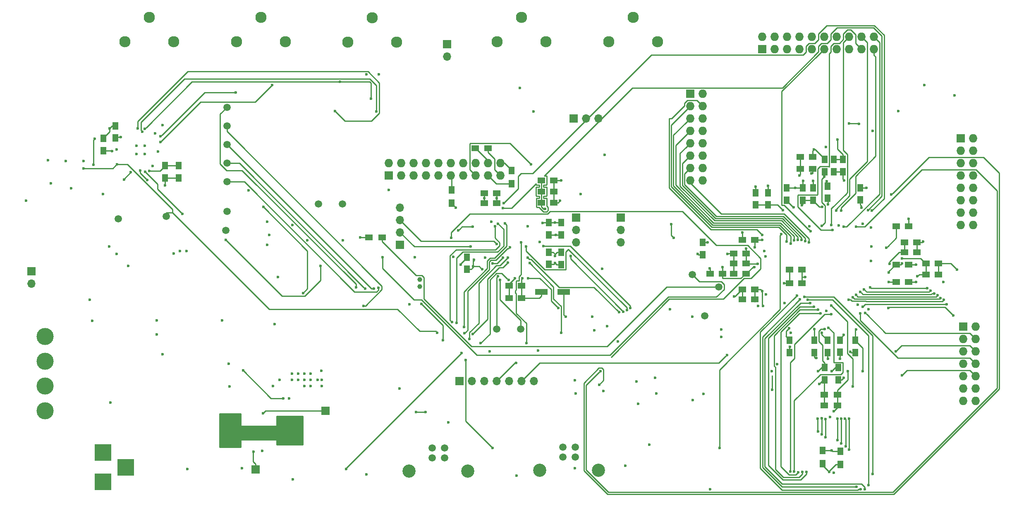
<source format=gbr>
G04 #@! TF.FileFunction,Copper,L4,Bot,Signal*
%FSLAX46Y46*%
G04 Gerber Fmt 4.6, Leading zero omitted, Abs format (unit mm)*
G04 Created by KiCad (PCBNEW 4.0.7-e2-6376~58~ubuntu16.04.1) date Thu Sep 27 21:03:33 2018*
%MOMM*%
%LPD*%
G01*
G04 APERTURE LIST*
%ADD10C,0.100000*%
%ADD11C,1.500000*%
%ADD12R,1.727200X1.727200*%
%ADD13O,1.727200X1.727200*%
%ADD14R,1.700000X1.700000*%
%ADD15O,1.700000X1.700000*%
%ADD16R,1.250000X1.500000*%
%ADD17C,1.000000*%
%ADD18C,1.520000*%
%ADD19C,2.700000*%
%ADD20R,1.500000X1.300000*%
%ADD21R,1.300000X1.500000*%
%ADD22R,1.500000X1.250000*%
%ADD23R,2.598420X1.198880*%
%ADD24R,2.600960X1.198880*%
%ADD25C,2.300000*%
%ADD26R,3.500000X3.500000*%
%ADD27C,3.500000*%
%ADD28C,0.600000*%
%ADD29C,1.200000*%
%ADD30C,0.250000*%
%ADD31C,0.254000*%
G04 APERTURE END LIST*
D10*
D11*
X94361000Y-97663000D03*
D12*
X204216000Y-60452000D03*
D13*
X204216000Y-57912000D03*
X206756000Y-60452000D03*
X206756000Y-57912000D03*
X209296000Y-60452000D03*
X209296000Y-57912000D03*
X211836000Y-60452000D03*
X211836000Y-57912000D03*
X214376000Y-60452000D03*
X214376000Y-57912000D03*
X216916000Y-60452000D03*
X216916000Y-57912000D03*
X219456000Y-60452000D03*
X219456000Y-57912000D03*
X221996000Y-60452000D03*
X221996000Y-57912000D03*
X224536000Y-60452000D03*
X224536000Y-57912000D03*
X227076000Y-60452000D03*
X227076000Y-57912000D03*
D12*
X189484000Y-69596000D03*
D13*
X192024000Y-69596000D03*
X189484000Y-72136000D03*
X192024000Y-72136000D03*
X189484000Y-74676000D03*
X192024000Y-74676000D03*
X189484000Y-77216000D03*
X192024000Y-77216000D03*
X189484000Y-79756000D03*
X192024000Y-79756000D03*
X189484000Y-82296000D03*
X192024000Y-82296000D03*
X189484000Y-84836000D03*
X192024000Y-84836000D03*
X189484000Y-87376000D03*
X192024000Y-87376000D03*
D14*
X166116000Y-94996000D03*
D15*
X166116000Y-97536000D03*
X166116000Y-100076000D03*
D14*
X175260000Y-94996000D03*
D15*
X175260000Y-97536000D03*
X175260000Y-100076000D03*
D16*
X160528000Y-102108000D03*
X160528000Y-104608000D03*
X143764000Y-105624000D03*
X143764000Y-103124000D03*
D14*
X130048000Y-100584000D03*
D15*
X130048000Y-98044000D03*
X130048000Y-95504000D03*
X130048000Y-92964000D03*
D17*
X134112000Y-107696000D03*
X134112000Y-109196000D03*
D12*
X127762000Y-86360000D03*
D13*
X127762000Y-83820000D03*
X130302000Y-86360000D03*
X130302000Y-83820000D03*
X132842000Y-86360000D03*
X132842000Y-83820000D03*
X135382000Y-86360000D03*
X135382000Y-83820000D03*
X137922000Y-86360000D03*
X137922000Y-83820000D03*
X140462000Y-86360000D03*
X140462000Y-83820000D03*
X143002000Y-86360000D03*
X143002000Y-83820000D03*
X145542000Y-86360000D03*
X145542000Y-83820000D03*
X148082000Y-86360000D03*
X148082000Y-83820000D03*
X150622000Y-86360000D03*
X150622000Y-83820000D03*
D18*
X136652000Y-142272000D03*
X139192000Y-142272000D03*
X139192000Y-144272000D03*
X136652000Y-144272000D03*
D19*
X131922000Y-146972000D03*
X143922000Y-146972000D03*
D14*
X142240000Y-128524000D03*
D15*
X144780000Y-128524000D03*
X147320000Y-128524000D03*
X149860000Y-128524000D03*
X152400000Y-128524000D03*
X154940000Y-128524000D03*
X157480000Y-128524000D03*
D14*
X165608000Y-74676000D03*
D15*
X168148000Y-74676000D03*
X170688000Y-74676000D03*
D11*
X149860000Y-117856000D03*
X154740000Y-117856000D03*
D20*
X219616000Y-131318000D03*
X216916000Y-131318000D03*
D12*
X245364000Y-117348000D03*
D13*
X247904000Y-117348000D03*
X245364000Y-119888000D03*
X247904000Y-119888000D03*
X245364000Y-122428000D03*
X247904000Y-122428000D03*
X245364000Y-124968000D03*
X247904000Y-124968000D03*
X245364000Y-127508000D03*
X247904000Y-127508000D03*
X245364000Y-130048000D03*
X247904000Y-130048000D03*
X245364000Y-132588000D03*
X247904000Y-132588000D03*
D20*
X219616000Y-133505474D03*
X216916000Y-133505474D03*
D21*
X220199227Y-145627998D03*
X220199227Y-142927998D03*
X216576226Y-145495000D03*
X216576226Y-142795000D03*
D18*
X163418000Y-142112000D03*
X165958000Y-142112000D03*
X165958000Y-144112000D03*
X163418000Y-144112000D03*
D19*
X158688000Y-146812000D03*
X170688000Y-146812000D03*
D22*
X200914000Y-106553000D03*
X198414000Y-106553000D03*
D23*
X159004000Y-110236000D03*
D24*
X163606480Y-110236000D03*
D16*
X163068000Y-102148000D03*
X163068000Y-104648000D03*
D22*
X154940000Y-111492222D03*
X152440000Y-111492222D03*
X154940000Y-108952222D03*
X152440000Y-108952222D03*
D16*
X220091000Y-120142000D03*
X220091000Y-122642000D03*
X217015188Y-125777476D03*
X217015188Y-128277476D03*
X219762577Y-125766905D03*
X219762577Y-128266905D03*
X217551000Y-120182000D03*
X217551000Y-122682000D03*
D22*
X159004000Y-87376000D03*
X161504000Y-87376000D03*
X159004000Y-89662000D03*
X161504000Y-89662000D03*
D16*
X163068000Y-96052000D03*
X163068000Y-98552000D03*
D22*
X159044000Y-91948000D03*
X161544000Y-91948000D03*
D16*
X160528000Y-96052000D03*
X160528000Y-98552000D03*
D22*
X147320000Y-90043000D03*
X149820000Y-90043000D03*
X147320000Y-92075000D03*
X149820000Y-92075000D03*
D14*
X139700000Y-59436000D03*
D15*
X139700000Y-61976000D03*
D25*
X154940000Y-53975000D03*
X159940000Y-58975000D03*
X149940000Y-58975000D03*
X177800000Y-53975000D03*
X182800000Y-58975000D03*
X172800000Y-58975000D03*
D11*
X195326000Y-109220000D03*
D25*
X124380000Y-54055000D03*
X129380000Y-59055000D03*
X119380000Y-59055000D03*
D16*
X212471000Y-91420000D03*
X212471000Y-88920000D03*
X202819000Y-92416000D03*
X202819000Y-89916000D03*
X214630000Y-91440000D03*
X214630000Y-88940000D03*
X205359000Y-92416000D03*
X205359000Y-89916000D03*
D11*
X192405000Y-115189000D03*
X189865000Y-106680000D03*
D16*
X192024000Y-100116000D03*
X192024000Y-102616000D03*
D22*
X200903275Y-102362000D03*
X198403275Y-102362000D03*
X200883275Y-104442885D03*
X198383275Y-104442885D03*
X196048000Y-106553000D03*
X193548000Y-106553000D03*
X212003000Y-85066564D03*
X214503000Y-85066564D03*
X237764000Y-106680000D03*
X240264000Y-106680000D03*
X233339000Y-100076000D03*
X235839000Y-100076000D03*
X209824000Y-105664000D03*
X212324000Y-105664000D03*
X233339000Y-102108000D03*
X235839000Y-102108000D03*
D12*
X244856000Y-78740000D03*
D13*
X247396000Y-78740000D03*
X244856000Y-81280000D03*
X247396000Y-81280000D03*
X244856000Y-83820000D03*
X247396000Y-83820000D03*
X244856000Y-86360000D03*
X247396000Y-86360000D03*
X244856000Y-88900000D03*
X247396000Y-88900000D03*
X244856000Y-91440000D03*
X247396000Y-91440000D03*
X244856000Y-93980000D03*
X247396000Y-93980000D03*
X244856000Y-96520000D03*
X247396000Y-96520000D03*
D16*
X218867494Y-85579042D03*
X218867494Y-83079042D03*
X220706000Y-85578000D03*
X220706000Y-83078000D03*
D22*
X212003000Y-82550000D03*
X214503000Y-82550000D03*
D16*
X216962494Y-85579042D03*
X216962494Y-83079042D03*
D14*
X100457000Y-146685000D03*
X114808000Y-134620000D03*
D26*
X69215000Y-143225000D03*
X69215000Y-149225000D03*
X73915000Y-146225000D03*
D27*
X57404000Y-134620000D03*
X57404000Y-129540000D03*
X57404000Y-124460000D03*
X57404000Y-119380000D03*
D21*
X152908000Y-88091000D03*
X152908000Y-85391000D03*
D20*
X148115000Y-80772000D03*
X145415000Y-80772000D03*
D14*
X54610000Y-106045000D03*
D15*
X54610000Y-108585000D03*
D21*
X140589000Y-89328000D03*
X140589000Y-92028000D03*
D11*
X113357000Y-92202000D03*
X118237000Y-92202000D03*
X94615000Y-83820000D03*
X94615000Y-80010000D03*
D16*
X71755000Y-76200000D03*
X71755000Y-78700000D03*
X69342000Y-78780000D03*
X69342000Y-81280000D03*
D11*
X82169000Y-94742000D03*
X94615000Y-72390000D03*
X94615000Y-76200000D03*
D16*
X84742112Y-84348000D03*
X84742112Y-86848000D03*
X81915000Y-84348000D03*
X81915000Y-86848000D03*
D11*
X72390000Y-95250000D03*
D25*
X78740000Y-53975000D03*
X83740000Y-58975000D03*
X73740000Y-58975000D03*
X101600000Y-53975000D03*
X106600000Y-58975000D03*
X96600000Y-58975000D03*
D11*
X94615000Y-87630000D03*
X94615000Y-93726000D03*
D22*
X237764000Y-104394000D03*
X240264000Y-104394000D03*
X209804000Y-108458000D03*
X212304000Y-108458000D03*
X202692000Y-99568000D03*
X200192000Y-99568000D03*
X202652000Y-109728000D03*
X200152000Y-109728000D03*
X202652000Y-111760000D03*
X200152000Y-111760000D03*
X231648000Y-108204000D03*
X234148000Y-108204000D03*
X231648000Y-104648000D03*
X234148000Y-104648000D03*
X231648000Y-96774000D03*
X234148000Y-96774000D03*
D16*
X224262000Y-91400000D03*
X224262000Y-88900000D03*
X217551000Y-91059000D03*
X217551000Y-88559000D03*
X209169000Y-91440000D03*
X209169000Y-88940000D03*
X209804000Y-120162000D03*
X209804000Y-122662000D03*
X214884000Y-120162000D03*
X214884000Y-122662000D03*
X223286000Y-120162000D03*
X223286000Y-122662000D03*
D20*
X126398000Y-99060000D03*
X123698000Y-99060000D03*
D28*
X76112500Y-81987500D03*
X77837500Y-81987500D03*
X77837500Y-80262500D03*
X76112500Y-80262500D03*
X140948771Y-103096502D03*
X102108000Y-92837000D03*
X110236000Y-110490000D03*
X223774000Y-112903000D03*
X225933000Y-113792002D03*
X66548000Y-111887000D03*
X102870000Y-100584000D03*
X206248000Y-130302000D03*
X178816000Y-133223000D03*
X182499000Y-131064000D03*
X178435000Y-128651000D03*
X214757000Y-81026000D03*
X219583000Y-78994000D03*
X80264000Y-116078000D03*
X80264000Y-118999000D03*
X195834000Y-117983000D03*
X81407000Y-123063000D03*
X104013000Y-129540000D03*
X111760000Y-129540000D03*
X110490000Y-129540000D03*
X105410000Y-128270000D03*
X107950000Y-128270000D03*
X107950000Y-127000000D03*
X111760000Y-127000000D03*
X110490000Y-127000000D03*
X109220000Y-127000000D03*
X109220000Y-128270000D03*
X110490000Y-128270000D03*
X111760000Y-128270000D03*
X113157000Y-128270000D03*
X114046000Y-129540000D03*
X114046000Y-128270000D03*
X113988010Y-126422990D03*
X58547000Y-88011000D03*
X62738000Y-89027000D03*
X153924000Y-147955000D03*
X167021000Y-90170000D03*
X171958000Y-82169000D03*
X123190000Y-147701000D03*
X129921000Y-130048000D03*
X139954000Y-137033000D03*
X171704000Y-130556000D03*
X165989000Y-131064000D03*
X165862000Y-146431000D03*
X189992000Y-132461000D03*
X182245000Y-127889000D03*
X162814000Y-91567000D03*
X163068000Y-87376000D03*
X142494000Y-104648000D03*
X147447000Y-103251000D03*
X97663000Y-146399000D03*
X101854000Y-142875000D03*
X108077000Y-148670000D03*
X86487000Y-146558000D03*
X141478000Y-92964000D03*
X153616330Y-107451999D03*
X148393989Y-122428000D03*
X158333000Y-122301000D03*
X148717000Y-95885000D03*
X156210000Y-96774000D03*
X161925000Y-98552000D03*
X149820000Y-91059000D03*
X161798000Y-104325999D03*
X185293000Y-113792000D03*
X174625000Y-120396000D03*
X169799000Y-118110000D03*
X193548000Y-150689979D03*
X218821000Y-147320000D03*
X210058000Y-118618000D03*
X217297000Y-114173000D03*
X217419417Y-87540999D03*
X214249000Y-85979000D03*
X133096000Y-103124000D03*
X131953000Y-112776000D03*
X93599000Y-116078000D03*
X103251000Y-98552000D03*
X102870000Y-95885000D03*
X118364000Y-99695000D03*
X108049559Y-96547441D03*
X111058942Y-99634058D03*
X57971564Y-83252436D03*
X154559000Y-68453000D03*
X157353000Y-73279000D03*
X72009000Y-81026000D03*
X70612000Y-76708000D03*
X81407000Y-76073000D03*
X79883000Y-77724000D03*
X123190000Y-65658996D03*
X125730000Y-65659000D03*
X80518000Y-81500010D03*
X65278000Y-83439000D03*
X61595000Y-83439000D03*
X81915000Y-88421615D03*
X79375000Y-84455000D03*
X219837000Y-96647000D03*
X226822000Y-77216000D03*
X237363000Y-67818000D03*
X243586000Y-69977000D03*
X203327000Y-113157000D03*
X204978000Y-110744000D03*
X208788000Y-112522000D03*
X226441000Y-103886000D03*
X226568000Y-100965000D03*
X226441000Y-97028000D03*
X224790000Y-96266000D03*
X212979000Y-107188000D03*
X204597000Y-101854000D03*
X204851000Y-102997000D03*
X213868000Y-96774000D03*
X218059000Y-135890000D03*
X209921010Y-121539000D03*
X218431859Y-142781857D03*
X220853000Y-127889000D03*
X198464575Y-111156324D03*
X193421000Y-105410000D03*
X244094000Y-105664000D03*
X215900000Y-129159000D03*
X67056000Y-116205000D03*
X205359000Y-88519000D03*
X202819000Y-88646000D03*
X212598000Y-87503000D03*
X214630000Y-87503000D03*
X237109000Y-99949000D03*
X220091000Y-123952000D03*
X217678000Y-123952000D03*
X191008000Y-102489000D03*
X197104000Y-102489000D03*
X210947000Y-88900000D03*
X215265000Y-123824996D03*
X222250000Y-122555000D03*
X234188000Y-95250000D03*
X235712000Y-104648000D03*
X235712000Y-108204000D03*
X225552000Y-88900000D03*
X200192000Y-98084000D03*
X148971000Y-104394000D03*
X156845000Y-84074000D03*
X151130000Y-103235010D03*
X155067000Y-107442000D03*
X150114000Y-107061000D03*
X99060705Y-89403590D03*
X196088000Y-105156000D03*
X208661000Y-108458000D03*
X217292493Y-80518000D03*
X171450000Y-105537000D03*
X232791000Y-104394000D03*
X232029000Y-73152000D03*
X193040006Y-100076000D03*
X181102000Y-141605000D03*
X176149000Y-145923000D03*
X146878051Y-105603051D03*
X165862000Y-128364000D03*
X161798000Y-102869990D03*
X145229918Y-103642000D03*
X145034000Y-105029000D03*
X127762000Y-89348999D03*
X195800261Y-119507000D03*
X159258000Y-96139000D03*
X161798000Y-96012000D03*
X70485000Y-100965000D03*
X74422000Y-104902000D03*
X147320000Y-91059000D03*
X172482000Y-117277000D03*
X189865000Y-115316000D03*
X169418000Y-115316000D03*
X163957000Y-115316000D03*
X217678000Y-92329000D03*
X216916000Y-86614000D03*
X105029000Y-107188000D03*
X104394000Y-116840000D03*
X69215000Y-90170000D03*
X78740000Y-85471000D03*
X204343000Y-113157000D03*
X232790990Y-103378011D03*
X229616000Y-101219000D03*
X209679551Y-117731551D03*
X235975990Y-107061009D03*
X230124000Y-106289010D03*
X223452021Y-117983000D03*
X210643978Y-92938487D03*
X204216000Y-110071010D03*
X217932000Y-147193000D03*
X202565000Y-105156000D03*
X221742000Y-126545011D03*
X218440000Y-126545011D03*
X215646000Y-126545011D03*
X217001000Y-117856000D03*
X224790000Y-126545011D03*
X218821000Y-134747000D03*
X206121000Y-126545011D03*
X72009000Y-102489000D03*
X208407000Y-93472000D03*
X216376000Y-96742000D03*
X207264000Y-125095000D03*
X214884000Y-117856000D03*
X241300000Y-108204000D03*
X230124000Y-108204010D03*
X220980000Y-87376000D03*
X224536000Y-92964000D03*
X202692000Y-101092000D03*
X204216000Y-99568000D03*
X150495000Y-107823000D03*
X159766000Y-93217996D03*
X95123000Y-129667000D03*
X70739000Y-132969000D03*
X192151000Y-131191000D03*
X107315000Y-132080000D03*
X97917000Y-126365000D03*
X106172000Y-132080000D03*
X94996000Y-124968000D03*
X53467000Y-91567000D03*
X126492000Y-103124000D03*
X216451021Y-92837000D03*
X220914647Y-119060647D03*
X230251000Y-104521000D03*
X212344000Y-92455994D03*
X86360000Y-101863999D03*
X84963000Y-101863999D03*
X83693000Y-102362000D03*
X200914000Y-101346000D03*
X216408000Y-118618000D03*
X203276999Y-104470999D03*
X211836000Y-86360000D03*
X81026000Y-79502000D03*
X103886000Y-67818000D03*
X67564000Y-78867000D03*
X67292009Y-84201000D03*
X81025994Y-78359000D03*
X96393000Y-69342000D03*
X76327000Y-76708000D03*
X116713000Y-73152000D03*
X77326667Y-77444781D03*
X125222000Y-73279000D03*
X72898000Y-78486000D03*
X71120000Y-81407000D03*
X152273000Y-107823000D03*
X153797000Y-124841000D03*
X146558000Y-120777000D03*
X100076000Y-143002000D03*
X101981000Y-135128000D03*
X138811000Y-120142000D03*
X134409345Y-112688655D03*
X185547000Y-96393002D03*
X186055000Y-99187000D03*
X152146000Y-104267000D03*
X144907000Y-118872000D03*
X156317012Y-107442000D03*
X162441501Y-113546501D03*
X163068000Y-118618000D03*
X156591000Y-104325999D03*
X158623000Y-100045000D03*
X196977000Y-123190000D03*
X154813004Y-100076000D03*
X155956000Y-120786990D03*
X122936000Y-109591001D03*
X125669051Y-109407949D03*
X72136000Y-84074008D03*
X65278000Y-84963000D03*
X137671129Y-118632416D03*
X122555000Y-113175870D03*
X121031000Y-109347000D03*
X124714000Y-109591000D03*
X225298000Y-114554000D03*
X231521000Y-122428000D03*
X224282000Y-114681006D03*
X232791000Y-127381000D03*
X144526000Y-100965000D03*
X149860000Y-100457000D03*
X140538108Y-99196990D03*
X141986000Y-97663000D03*
X144980250Y-96902771D03*
X113792000Y-104902000D03*
X94361000Y-99568000D03*
X226641169Y-93614268D03*
X151257000Y-92075000D03*
X151130000Y-93091000D03*
X225858036Y-93450851D03*
X204216000Y-98552000D03*
X209169000Y-99949000D03*
X210058000Y-100330000D03*
X210693000Y-99695000D03*
X211482117Y-99563481D03*
X212282104Y-99568400D03*
X213033877Y-99841969D03*
X213793364Y-100093330D03*
X214122000Y-97790000D03*
X218313000Y-96520000D03*
X218567000Y-97536000D03*
X219329000Y-93589000D03*
X220345000Y-93599000D03*
X220853000Y-96901000D03*
X143256000Y-118745000D03*
X118999000Y-146558000D03*
X142621000Y-122809000D03*
X152527000Y-101092000D03*
X148971000Y-142240000D03*
X143510000Y-124206000D03*
X144272000Y-119888000D03*
X152146000Y-103251000D03*
X156226163Y-103233199D03*
X174879000Y-114427000D03*
X143129000Y-117475000D03*
X151577058Y-96199942D03*
X135255000Y-134874000D03*
X133350000Y-134874000D03*
X208151321Y-98426679D03*
X195453000Y-142239996D03*
X224028000Y-75819000D03*
X221996000Y-75692000D03*
X77841594Y-76832515D03*
X117729000Y-67192999D03*
X124079000Y-70612000D03*
X77851000Y-85598000D03*
X85471000Y-94234000D03*
X76871948Y-85375846D03*
X78321894Y-87298023D03*
X73532994Y-87249000D03*
X74930000Y-85725000D03*
X175768000Y-114300000D03*
X164972295Y-102863999D03*
X155874283Y-100943011D03*
X176525741Y-114014397D03*
X177172881Y-113544065D03*
X159385000Y-100838000D03*
X150114000Y-96266000D03*
X141605000Y-116586000D03*
X140722215Y-116465215D03*
X149479000Y-96774000D03*
X97536000Y-139700000D03*
X97536000Y-138525000D03*
X95504000Y-138684000D03*
X94488000Y-138684000D03*
X93472000Y-138684000D03*
X105664000Y-141224000D03*
X106680000Y-141224000D03*
X107696000Y-141224000D03*
X108712000Y-141224000D03*
X109728000Y-141224000D03*
X109728000Y-139700000D03*
X108712000Y-139700000D03*
X107696000Y-139700000D03*
X106680000Y-139700000D03*
X105664000Y-139700000D03*
X105664000Y-138176000D03*
X106680000Y-138176000D03*
X107696000Y-138176000D03*
X108712000Y-138176000D03*
X109728000Y-138176000D03*
X109728000Y-136652000D03*
X108712000Y-136652000D03*
X107696000Y-136652000D03*
X106680000Y-136652000D03*
X105664000Y-136652000D03*
X93472000Y-141224000D03*
X94488000Y-141224000D03*
X95504000Y-141224000D03*
X96520000Y-141224000D03*
X96520000Y-139700000D03*
X95504000Y-139700000D03*
X94488000Y-139700000D03*
X93472000Y-139700000D03*
X96520000Y-137668000D03*
X95504000Y-137668000D03*
X94488000Y-137668000D03*
X93472000Y-137668000D03*
X96520000Y-136144000D03*
X95504000Y-136144000D03*
X94488000Y-136144000D03*
X93472000Y-136144000D03*
D29*
X100552000Y-139700000D03*
X101727000Y-138525000D03*
D28*
X230632000Y-90296998D03*
X170815000Y-129286000D03*
X171069000Y-126492000D03*
X223393000Y-96901000D03*
X218313000Y-113029986D03*
X222758000Y-129667000D03*
X224406041Y-150689979D03*
X211328000Y-110998000D03*
X223520000Y-150239968D03*
X211930974Y-111797503D03*
X212852000Y-111252000D03*
X226822000Y-147574000D03*
X225933000Y-149860000D03*
X213487000Y-111887000D03*
X225206048Y-150687291D03*
X213995000Y-112522000D03*
X214757000Y-113284000D03*
X213233000Y-147193006D03*
X215646000Y-113919000D03*
X212433001Y-147188417D03*
X216154000Y-114681000D03*
X211546513Y-147256493D03*
X210772625Y-147053721D03*
X217800559Y-117597559D03*
X209931000Y-147066000D03*
X218313000Y-114808000D03*
X230068001Y-113528000D03*
X243305768Y-115105446D03*
X224790000Y-113284000D03*
X241935000Y-112776000D03*
X221869000Y-111887000D03*
X241409961Y-111873286D03*
X240688200Y-111528228D03*
X222752998Y-111351001D03*
X223393000Y-110870979D03*
X240110543Y-110974771D03*
X224282000Y-110245990D03*
X239395000Y-110617000D03*
X225044000Y-109728000D03*
X238633000Y-109982000D03*
X226314000Y-109345968D03*
X237998000Y-109474000D03*
X215519000Y-136271000D03*
X215646000Y-138859003D03*
X216408000Y-136144000D03*
X216408000Y-139436000D03*
X217192466Y-136300893D03*
X217189999Y-140061001D03*
X219583000Y-136271000D03*
X219583000Y-140686001D03*
X220383003Y-136271000D03*
X220345000Y-141311001D03*
X221183006Y-136271000D03*
X221286764Y-141936001D03*
X221996000Y-142560990D03*
X221996000Y-136271000D03*
X121920000Y-99060000D03*
D30*
X111115001Y-101844001D02*
X102108000Y-92837000D01*
X110236000Y-110490000D02*
X111115001Y-109610999D01*
X111115001Y-109610999D02*
X111115001Y-101844001D01*
X152440000Y-108952222D02*
X152440000Y-108628329D01*
X152440000Y-108628329D02*
X153316331Y-107751998D01*
X153316331Y-107751998D02*
X153616330Y-107451999D01*
X240264000Y-106680000D02*
X240264000Y-104394000D01*
X152440000Y-111492222D02*
X152440000Y-110617222D01*
X152440000Y-110617222D02*
X152440000Y-108952222D01*
X206248000Y-130302000D02*
X206248000Y-127472003D01*
X218867494Y-83079042D02*
X220704958Y-83079042D01*
X220704958Y-83079042D02*
X220706000Y-83078000D01*
X216962494Y-83079042D02*
X216962494Y-82954042D01*
X216962494Y-82954042D02*
X215034452Y-81026000D01*
X215034452Y-81026000D02*
X214757000Y-81026000D01*
X214503000Y-82550000D02*
X214503000Y-81280000D01*
X214503000Y-81280000D02*
X214757000Y-81026000D01*
X219583000Y-80955000D02*
X219583000Y-78994000D01*
X220706000Y-83078000D02*
X220706000Y-82078000D01*
X220706000Y-82078000D02*
X219583000Y-80955000D01*
X161544000Y-91948000D02*
X162433000Y-91948000D01*
X162433000Y-91948000D02*
X162814000Y-91567000D01*
X161504000Y-87376000D02*
X163068000Y-87376000D01*
X161504000Y-89662000D02*
X161504000Y-91908000D01*
X161504000Y-91908000D02*
X161544000Y-91948000D01*
X161504000Y-87376000D02*
X161504000Y-89662000D01*
X142494000Y-104519000D02*
X142494000Y-104648000D01*
X143764000Y-103124000D02*
X143764000Y-103249000D01*
X143764000Y-103249000D02*
X142494000Y-104519000D01*
X140589000Y-92075000D02*
X141478000Y-92964000D01*
X140589000Y-92028000D02*
X140589000Y-92075000D01*
X152908000Y-85391000D02*
X152908000Y-85291000D01*
X152908000Y-85291000D02*
X151437000Y-83820000D01*
X151437000Y-83820000D02*
X150622000Y-83820000D01*
X145415000Y-80772000D02*
X145515000Y-80772000D01*
X145515000Y-80772000D02*
X148082000Y-83339000D01*
X148082000Y-83339000D02*
X148082000Y-83820000D01*
X161925000Y-98552000D02*
X163068000Y-98552000D01*
X161403000Y-98552000D02*
X161925000Y-98552000D01*
X160528000Y-98552000D02*
X161403000Y-98552000D01*
X149820000Y-90932000D02*
X149820000Y-92075000D01*
X149820000Y-90043000D02*
X149820000Y-90932000D01*
X149820000Y-90932000D02*
X149820000Y-91059000D01*
X163068000Y-104648000D02*
X162120001Y-104648000D01*
X162120001Y-104648000D02*
X161798000Y-104325999D01*
X160528000Y-104608000D02*
X161515999Y-104608000D01*
X161515999Y-104608000D02*
X161798000Y-104325999D01*
X217424000Y-87545582D02*
X217419417Y-87540999D01*
X217424000Y-88940000D02*
X217424000Y-87545582D01*
X214465564Y-85979000D02*
X214249000Y-85979000D01*
X214503000Y-85066564D02*
X214503000Y-85941564D01*
X214503000Y-85941564D02*
X214465564Y-85979000D01*
X69342000Y-78780000D02*
X69342000Y-78655000D01*
X69342000Y-78655000D02*
X70612000Y-77385000D01*
X70612000Y-77132264D02*
X70612000Y-76708000D01*
X70612000Y-77385000D02*
X70612000Y-77132264D01*
X71755000Y-76200000D02*
X71120000Y-76200000D01*
X71120000Y-76200000D02*
X70612000Y-76708000D01*
X84742112Y-86848000D02*
X81915000Y-86848000D01*
X81915000Y-86848000D02*
X81915000Y-88421615D01*
X212324000Y-107188000D02*
X212324000Y-108438000D01*
X212324000Y-105664000D02*
X212324000Y-107188000D01*
X212324000Y-107188000D02*
X212979000Y-107188000D01*
X212324000Y-108438000D02*
X212304000Y-108458000D01*
X209804000Y-121656010D02*
X209921010Y-121539000D01*
X209804000Y-122662000D02*
X209804000Y-121656010D01*
X218418716Y-142795000D02*
X218431859Y-142781857D01*
X218578000Y-142927998D02*
X218431859Y-142781857D01*
X216576226Y-142795000D02*
X218418716Y-142795000D01*
X220199227Y-142927998D02*
X218578000Y-142927998D01*
X219762577Y-128266905D02*
X220475095Y-128266905D01*
X220475095Y-128266905D02*
X220853000Y-127889000D01*
X198598676Y-111156324D02*
X198464575Y-111156324D01*
X200027000Y-109728000D02*
X198598676Y-111156324D01*
X200152000Y-109728000D02*
X200027000Y-109728000D01*
X193548000Y-106553000D02*
X193548000Y-105537000D01*
X193548000Y-105537000D02*
X193421000Y-105410000D01*
X198383275Y-104442885D02*
X198383275Y-106522275D01*
X198383275Y-106522275D02*
X198414000Y-106553000D01*
X240264000Y-104394000D02*
X242824000Y-104394000D01*
X242824000Y-104394000D02*
X244094000Y-105664000D01*
X217015188Y-128277476D02*
X216781524Y-128277476D01*
X216781524Y-128277476D02*
X215900000Y-129159000D01*
X219752006Y-128277476D02*
X219762577Y-128266905D01*
X216916000Y-131318000D02*
X216916000Y-128376664D01*
X216916000Y-128376664D02*
X217015188Y-128277476D01*
X216916000Y-133505474D02*
X216916000Y-131318000D01*
X205359000Y-89916000D02*
X205359000Y-88519000D01*
X202819000Y-89916000D02*
X202819000Y-88646000D01*
X212471000Y-88920000D02*
X212471000Y-87630000D01*
X212471000Y-87630000D02*
X212598000Y-87503000D01*
X214630000Y-88940000D02*
X214630000Y-87503000D01*
X235839000Y-100076000D02*
X236982000Y-100076000D01*
X236982000Y-100076000D02*
X237109000Y-99949000D01*
X235839000Y-100076000D02*
X235839000Y-102108000D01*
X220051000Y-122682000D02*
X220091000Y-122642000D01*
X220091000Y-122642000D02*
X220091000Y-123952000D01*
X217551000Y-122682000D02*
X217551000Y-123825000D01*
X217551000Y-123825000D02*
X217678000Y-123952000D01*
X192024000Y-102616000D02*
X191135000Y-102616000D01*
X191135000Y-102616000D02*
X191008000Y-102489000D01*
X198403275Y-102362000D02*
X197231000Y-102362000D01*
X197231000Y-102362000D02*
X197104000Y-102489000D01*
X198403275Y-102362000D02*
X198403275Y-104422885D01*
X198403275Y-104422885D02*
X198383275Y-104442885D01*
X209169000Y-88940000D02*
X210907000Y-88940000D01*
X210907000Y-88940000D02*
X210947000Y-88900000D01*
X211576000Y-88900000D02*
X210947000Y-88900000D01*
X212471000Y-88920000D02*
X211596000Y-88920000D01*
X211596000Y-88920000D02*
X211576000Y-88900000D01*
X214610000Y-88920000D02*
X214630000Y-88940000D01*
X214884000Y-123662000D02*
X215046996Y-123824996D01*
X215046996Y-123824996D02*
X215265000Y-123824996D01*
X214884000Y-122662000D02*
X214884000Y-123662000D01*
X223286000Y-122662000D02*
X222357000Y-122662000D01*
X222357000Y-122662000D02*
X222250000Y-122555000D01*
X234148000Y-95290000D02*
X234188000Y-95250000D01*
X234148000Y-96774000D02*
X234148000Y-95290000D01*
X234148000Y-104648000D02*
X235712000Y-104648000D01*
X234148000Y-108204000D02*
X235712000Y-108204000D01*
X224262000Y-88900000D02*
X225552000Y-88900000D01*
X200152000Y-109728000D02*
X200152000Y-111760000D01*
X200192000Y-99568000D02*
X200192000Y-98084000D01*
X149395264Y-104394000D02*
X148971000Y-104394000D01*
X149971010Y-104394000D02*
X149395264Y-104394000D01*
X151130000Y-103235010D02*
X149971010Y-104394000D01*
X145542000Y-86360000D02*
X144339999Y-85157999D01*
X144339999Y-85157999D02*
X144339999Y-79861999D01*
X144339999Y-79861999D02*
X144404999Y-79796999D01*
X144404999Y-79796999D02*
X152567999Y-79796999D01*
X152567999Y-79796999D02*
X156845000Y-84074000D01*
X154940000Y-108952222D02*
X154940000Y-109827222D01*
X154940000Y-109827222D02*
X154940000Y-111492222D01*
X154940000Y-107569000D02*
X155067000Y-107442000D01*
X154940000Y-108952222D02*
X154940000Y-107569000D01*
X154940000Y-111492222D02*
X158597218Y-111492222D01*
X158597218Y-111492222D02*
X159004000Y-111085440D01*
X159004000Y-111085440D02*
X159004000Y-110236000D01*
X149860000Y-117856000D02*
X149860000Y-107315000D01*
X149860000Y-107315000D02*
X150114000Y-107061000D01*
X196048000Y-105196000D02*
X196088000Y-105156000D01*
X196048000Y-106553000D02*
X196048000Y-105196000D01*
X209804000Y-108458000D02*
X208661000Y-108458000D01*
X223452021Y-117983000D02*
X223286000Y-118149021D01*
X192024000Y-100116000D02*
X193000006Y-100116000D01*
X193000006Y-100116000D02*
X193040006Y-100076000D01*
X231648000Y-104648000D02*
X232537000Y-104648000D01*
X232537000Y-104648000D02*
X232791000Y-104394000D01*
X193080006Y-100116000D02*
X193040006Y-100076000D01*
X146578052Y-105303052D02*
X146878051Y-105603051D01*
X146304000Y-105029000D02*
X146578052Y-105303052D01*
X145034000Y-105029000D02*
X146304000Y-105029000D01*
X163068000Y-102148000D02*
X162193000Y-102148000D01*
X161798000Y-102543000D02*
X161798000Y-102572736D01*
X160528000Y-102108000D02*
X161403000Y-102108000D01*
X161403000Y-102108000D02*
X161798000Y-102503000D01*
X162193000Y-102148000D02*
X161798000Y-102543000D01*
X161798000Y-102503000D02*
X161798000Y-102572736D01*
X161798000Y-102572736D02*
X161798000Y-102869990D01*
X145034000Y-104013000D02*
X145229918Y-103642000D01*
X145161000Y-103886000D02*
X145161000Y-103710918D01*
X145161000Y-103710918D02*
X145229918Y-103642000D01*
X145034000Y-105029000D02*
X145034000Y-104013000D01*
X145034000Y-105229000D02*
X145034000Y-105029000D01*
X143764000Y-105624000D02*
X144639000Y-105624000D01*
X144639000Y-105624000D02*
X145034000Y-105229000D01*
X160528000Y-96052000D02*
X159345000Y-96052000D01*
X159345000Y-96052000D02*
X159258000Y-96139000D01*
X161798000Y-96012000D02*
X163028000Y-96012000D01*
X163028000Y-96012000D02*
X163068000Y-96052000D01*
X160528000Y-96052000D02*
X161758000Y-96052000D01*
X161758000Y-96052000D02*
X161798000Y-96012000D01*
X147320000Y-90043000D02*
X147320000Y-91059000D01*
X147320000Y-91186000D02*
X147320000Y-91059000D01*
X147320000Y-92075000D02*
X147320000Y-91186000D01*
X160528000Y-102108000D02*
X161042001Y-102108000D01*
X163606480Y-114965480D02*
X163957000Y-115316000D01*
X163606480Y-110236000D02*
X163606480Y-114965480D01*
X217932000Y-146995225D02*
X217932000Y-147193000D01*
X220199227Y-145627998D02*
X219299227Y-145627998D01*
X219299227Y-145627998D02*
X217932000Y-146995225D01*
X216675999Y-96442001D02*
X216376000Y-96742000D01*
X217076023Y-96041977D02*
X216675999Y-96442001D01*
X217076023Y-92536998D02*
X217076023Y-96041977D01*
X216398001Y-91858976D02*
X217076023Y-92536998D01*
X216398001Y-87143535D02*
X216398001Y-91858976D01*
X216962494Y-86579042D02*
X216398001Y-87143535D01*
X217678000Y-91904736D02*
X217678000Y-92329000D01*
X217678000Y-91694000D02*
X217678000Y-91904736D01*
X217424000Y-91440000D02*
X217678000Y-91694000D01*
X209147000Y-119380000D02*
X209042000Y-119275000D01*
X209804000Y-120037000D02*
X209147000Y-119380000D01*
X209147000Y-119380000D02*
X209147000Y-118264102D01*
X209147000Y-118264102D02*
X209679551Y-117731551D01*
X209804000Y-120162000D02*
X209804000Y-120037000D01*
X216962494Y-86579042D02*
X216950958Y-86579042D01*
X216950958Y-86579042D02*
X216916000Y-86614000D01*
X216962494Y-85579042D02*
X216962494Y-86579042D01*
X81915000Y-84348000D02*
X82790000Y-84348000D01*
X82790000Y-84348000D02*
X84742112Y-84348000D01*
X78740000Y-85471000D02*
X80917000Y-85471000D01*
X80917000Y-85471000D02*
X81915000Y-84473000D01*
X81915000Y-84473000D02*
X81915000Y-84348000D01*
X204216000Y-113030000D02*
X204343000Y-113157000D01*
X204216000Y-110071010D02*
X204216000Y-113030000D01*
X237639000Y-104394000D02*
X236623011Y-103378011D01*
X237764000Y-104394000D02*
X237639000Y-104394000D01*
X236623011Y-103378011D02*
X233215254Y-103378011D01*
X233215254Y-103378011D02*
X232790990Y-103378011D01*
X229915999Y-100919001D02*
X229616000Y-101219000D01*
X231648000Y-96774000D02*
X231648000Y-99187000D01*
X231648000Y-99187000D02*
X229915999Y-100919001D01*
X209824000Y-105664000D02*
X209824000Y-108438000D01*
X209824000Y-108438000D02*
X209804000Y-108458000D01*
X236356999Y-106680000D02*
X236275989Y-106761010D01*
X237764000Y-106680000D02*
X236356999Y-106680000D01*
X236275989Y-106761010D02*
X235975990Y-107061009D01*
X230124000Y-106047000D02*
X230124000Y-106289010D01*
X231523000Y-104648000D02*
X230124000Y-106047000D01*
X231648000Y-104648000D02*
X231523000Y-104648000D01*
X223286000Y-120162000D02*
X223286000Y-118149021D01*
X209169000Y-91440000D02*
X209169000Y-91565000D01*
X210542487Y-92938487D02*
X210643978Y-92938487D01*
X209169000Y-91565000D02*
X210542487Y-92938487D01*
X203916001Y-109771011D02*
X204216000Y-110071010D01*
X203872990Y-109728000D02*
X203916001Y-109771011D01*
X202652000Y-109728000D02*
X203872990Y-109728000D01*
X216576226Y-145495000D02*
X216576226Y-145837226D01*
X216576226Y-145837226D02*
X217932000Y-147193000D01*
X196048000Y-106553000D02*
X196048000Y-107428000D01*
X196048000Y-107428000D02*
X196123001Y-107503001D01*
X196123001Y-107503001D02*
X199838999Y-107503001D01*
X199838999Y-107503001D02*
X200789000Y-106553000D01*
X200789000Y-106553000D02*
X200914000Y-106553000D01*
X202565000Y-105156000D02*
X202311000Y-105156000D01*
X202311000Y-105156000D02*
X200914000Y-106553000D01*
X237764000Y-104394000D02*
X237764000Y-106680000D01*
X219616000Y-131318000D02*
X219616000Y-130418000D01*
X219616000Y-130418000D02*
X221742000Y-128292000D01*
X221742000Y-128292000D02*
X221742000Y-126545011D01*
X219762577Y-125766905D02*
X219218106Y-125766905D01*
X219218106Y-125766905D02*
X218440000Y-126545011D01*
X217015188Y-125777476D02*
X216413535Y-125777476D01*
X216413535Y-125777476D02*
X215646000Y-126545011D01*
X217001000Y-117856000D02*
X216244998Y-117856000D01*
X216244998Y-117856000D02*
X215782999Y-118317999D01*
X215782999Y-118317999D02*
X215782999Y-120374001D01*
X215782999Y-120374001D02*
X216600999Y-121192001D01*
X216600999Y-121192001D02*
X216600999Y-124363287D01*
X216600999Y-124363287D02*
X217015188Y-124777476D01*
X217015188Y-124777476D02*
X217015188Y-125777476D01*
X224790000Y-121791000D02*
X224790000Y-126545011D01*
X223286000Y-120162000D02*
X223286000Y-120287000D01*
X223286000Y-120287000D02*
X224790000Y-121791000D01*
X219616000Y-131318000D02*
X219616000Y-133505474D01*
X219616000Y-133505474D02*
X219616000Y-133952000D01*
X219616000Y-133952000D02*
X218821000Y-134747000D01*
X202819000Y-92416000D02*
X205359000Y-92416000D01*
X205359000Y-92416000D02*
X207351000Y-92416000D01*
X207351000Y-92416000D02*
X208407000Y-93472000D01*
X218867494Y-85579042D02*
X220704958Y-85579042D01*
X220704958Y-85579042D02*
X220706000Y-85578000D01*
X214884000Y-117856000D02*
X214884000Y-120162000D01*
X231648000Y-108204000D02*
X230124000Y-108204000D01*
X220706000Y-87102000D02*
X220980000Y-87376000D01*
X220706000Y-85578000D02*
X220706000Y-87102000D01*
X224536000Y-92674000D02*
X224536000Y-92964000D01*
X224262000Y-91400000D02*
X224262000Y-92400000D01*
X224262000Y-92400000D02*
X224536000Y-92674000D01*
X202652000Y-109728000D02*
X202652000Y-111760000D01*
X202652000Y-112228000D02*
X202692000Y-112268000D01*
X202692000Y-99568000D02*
X202692000Y-101092000D01*
X202692000Y-99568000D02*
X204216000Y-99568000D01*
X154740000Y-116132000D02*
X150495000Y-111887000D01*
X150495000Y-111887000D02*
X150495000Y-107823000D01*
X154740000Y-117856000D02*
X154740000Y-116132000D01*
X159438996Y-93217996D02*
X159766000Y-93217996D01*
X159044000Y-91948000D02*
X159044000Y-92823000D01*
X159044000Y-92823000D02*
X159438996Y-93217996D01*
X159004000Y-89662000D02*
X159004000Y-91908000D01*
X159004000Y-91908000D02*
X159044000Y-91948000D01*
X159004000Y-87376000D02*
X159004000Y-89662000D01*
X103632000Y-132080000D02*
X97917000Y-126365000D01*
X106172000Y-132080000D02*
X103632000Y-132080000D01*
X195326000Y-109220000D02*
X184658000Y-109220000D01*
X126398000Y-99060000D02*
X126398000Y-99960000D01*
X134937001Y-107299999D02*
X134937001Y-111696001D01*
X126398000Y-99960000D02*
X133308999Y-106870999D01*
X133308999Y-106870999D02*
X134508001Y-106870999D01*
X134508001Y-106870999D02*
X134937001Y-107299999D01*
X172466000Y-121412000D02*
X184658000Y-109220000D01*
X134937001Y-111696001D02*
X144653000Y-121412000D01*
X144653000Y-121412000D02*
X172466000Y-121412000D01*
X126492000Y-103124000D02*
X126492000Y-105435999D01*
X126492000Y-105435999D02*
X132938402Y-111882401D01*
X194855161Y-111281841D02*
X185010569Y-111281841D01*
X185010569Y-111281841D02*
X173092411Y-123199999D01*
X145804588Y-123199999D02*
X134486990Y-111882401D01*
X173092411Y-123199999D02*
X145804588Y-123199999D01*
X196401001Y-108703999D02*
X196401001Y-109736001D01*
X134486990Y-111882401D02*
X132938402Y-111882401D01*
X195842001Y-108144999D02*
X196401001Y-108703999D01*
X191329999Y-108144999D02*
X195842001Y-108144999D01*
X189865000Y-106680000D02*
X191329999Y-108144999D01*
X196401001Y-109736001D02*
X194855161Y-111281841D01*
X216026757Y-92837000D02*
X216451021Y-92837000D01*
X215902000Y-92837000D02*
X216026757Y-92837000D01*
X214630000Y-91565000D02*
X215902000Y-92837000D01*
X214630000Y-91440000D02*
X214630000Y-91565000D01*
X220091000Y-120142000D02*
X220091000Y-119884294D01*
X220091000Y-119884294D02*
X220914647Y-119060647D01*
X230251000Y-104096736D02*
X230251000Y-104521000D01*
X232247498Y-102100238D02*
X230251000Y-104096736D01*
X233277904Y-102100238D02*
X232247498Y-102100238D01*
X212471000Y-91420000D02*
X212471000Y-92328994D01*
X212471000Y-92328994D02*
X212344000Y-92455994D01*
X200903275Y-102362000D02*
X200903275Y-101356725D01*
X200903275Y-101356725D02*
X200914000Y-101346000D01*
X212471000Y-91420000D02*
X214610000Y-91420000D01*
X214610000Y-91420000D02*
X214630000Y-91440000D01*
X233339000Y-100076000D02*
X233339000Y-102108000D01*
X217591000Y-120142000D02*
X217551000Y-120182000D01*
X216408000Y-118618000D02*
X216408000Y-119039000D01*
X216408000Y-119039000D02*
X217551000Y-120182000D01*
X200903275Y-102362000D02*
X200903275Y-104422885D01*
X200903275Y-104422885D02*
X200883275Y-104442885D01*
X203276999Y-104470999D02*
X200911389Y-104470999D01*
X200911389Y-104470999D02*
X200883275Y-104442885D01*
X212003000Y-85066564D02*
X212003000Y-86193000D01*
X212003000Y-86193000D02*
X211836000Y-86360000D01*
X212003000Y-82550000D02*
X212003000Y-83425000D01*
X212003000Y-83425000D02*
X212003000Y-85066564D01*
X89213001Y-71314999D02*
X81325999Y-79202001D01*
X103886000Y-67818000D02*
X100389001Y-71314999D01*
X81325999Y-79202001D02*
X81026000Y-79502000D01*
X100389001Y-71314999D02*
X89213001Y-71314999D01*
X67292009Y-79138991D02*
X67564000Y-78867000D01*
X67292009Y-84201000D02*
X67292009Y-79138991D01*
X81325993Y-78059001D02*
X81025994Y-78359000D01*
X90042994Y-69342000D02*
X81325993Y-78059001D01*
X96393000Y-69342000D02*
X90042994Y-69342000D01*
X123490001Y-65033995D02*
X86604005Y-65033995D01*
X125847001Y-67390995D02*
X123490001Y-65033995D01*
X125847001Y-73579001D02*
X125847001Y-67390995D01*
X124242002Y-75184000D02*
X125847001Y-73579001D01*
X76327000Y-75311000D02*
X76327000Y-76283736D01*
X116713000Y-73152000D02*
X118745000Y-75184000D01*
X76327000Y-76283736D02*
X76327000Y-76708000D01*
X86604005Y-65033995D02*
X76327000Y-75311000D01*
X118745000Y-75184000D02*
X124242002Y-75184000D01*
X77026668Y-77144782D02*
X77326667Y-77444781D01*
X85904738Y-66567998D02*
X77026668Y-75446068D01*
X123846408Y-66567998D02*
X85904738Y-66567998D01*
X125222000Y-73279000D02*
X125222000Y-67943590D01*
X125222000Y-67943590D02*
X123846408Y-66567998D01*
X77026668Y-75446068D02*
X77026668Y-77144782D01*
X72898000Y-78486000D02*
X71969000Y-78486000D01*
X71969000Y-78486000D02*
X71755000Y-78700000D01*
X69342000Y-81280000D02*
X70993000Y-81280000D01*
X70993000Y-81280000D02*
X71120000Y-81407000D01*
X146558000Y-120777000D02*
X148463000Y-118872000D01*
X148463000Y-118872000D02*
X148463000Y-107786998D01*
X148463000Y-107786998D02*
X149813999Y-106435999D01*
X149813999Y-106435999D02*
X150885999Y-106435999D01*
X150885999Y-106435999D02*
X151973001Y-107523001D01*
X151973001Y-107523001D02*
X152273000Y-107823000D01*
X153543000Y-124841000D02*
X153797000Y-124841000D01*
X149860000Y-128524000D02*
X153543000Y-124841000D01*
X99949000Y-145077000D02*
X99949000Y-143129000D01*
X99949000Y-143129000D02*
X100076000Y-143002000D01*
X100457000Y-146685000D02*
X100457000Y-145585000D01*
X100457000Y-145585000D02*
X99949000Y-145077000D01*
X101981000Y-135128000D02*
X102489000Y-134620000D01*
X102489000Y-134620000D02*
X114808000Y-134620000D01*
X138811000Y-119717736D02*
X138811000Y-120142000D01*
X134409345Y-112688655D02*
X138811000Y-117090310D01*
X138811000Y-117090310D02*
X138811000Y-119717736D01*
X185547000Y-96817266D02*
X185547000Y-96393002D01*
X185547000Y-98679000D02*
X185547000Y-96817266D01*
X186055000Y-99187000D02*
X185547000Y-98679000D01*
X150340587Y-105273001D02*
X151139999Y-105273001D01*
X144907000Y-118872000D02*
X147955000Y-115824000D01*
X151139999Y-105273001D02*
X151846001Y-104566999D01*
X147955000Y-107658588D02*
X150340587Y-105273001D01*
X147955000Y-115824000D02*
X147955000Y-107658588D01*
X151846001Y-104566999D02*
X152146000Y-104267000D01*
X158693652Y-107442000D02*
X156741276Y-107442000D01*
X161036000Y-109784348D02*
X158693652Y-107442000D01*
X156741276Y-107442000D02*
X156317012Y-107442000D01*
X162441501Y-113546501D02*
X161036000Y-112141000D01*
X161036000Y-112141000D02*
X161036000Y-109784348D01*
X163068000Y-118193736D02*
X163068000Y-118618000D01*
X163068000Y-113247998D02*
X163068000Y-118193736D01*
X161486010Y-111666008D02*
X163068000Y-113247998D01*
X161486010Y-109221009D02*
X161486010Y-111666008D01*
X156591000Y-104325999D02*
X161486010Y-109221009D01*
X154940000Y-128524000D02*
X158632999Y-124831001D01*
X158632999Y-124831001D02*
X195335999Y-124831001D01*
X196677001Y-123489999D02*
X196977000Y-123190000D01*
X195335999Y-124831001D02*
X196677001Y-123489999D01*
X154813004Y-100076000D02*
X154813004Y-106263000D01*
X154813004Y-106263000D02*
X154813000Y-106263004D01*
X154813000Y-106680000D02*
X154766999Y-106726001D01*
X154813000Y-106263004D02*
X154813000Y-106680000D01*
X154766999Y-106726001D02*
X154766999Y-106816999D01*
X154432000Y-107151998D02*
X154432000Y-107950000D01*
X154766999Y-106816999D02*
X154432000Y-107151998D01*
X154432000Y-107950000D02*
X154379779Y-108002221D01*
X154379779Y-108002221D02*
X153929999Y-108002221D01*
X153929999Y-108002221D02*
X153864999Y-108067221D01*
X153864999Y-108067221D02*
X153864999Y-109837223D01*
X153864999Y-109837223D02*
X153670000Y-110032222D01*
X153670000Y-110490000D02*
X153747778Y-110490000D01*
X153670000Y-110032222D02*
X153670000Y-110490000D01*
X153864999Y-110607221D02*
X153864999Y-114620589D01*
X153747778Y-110490000D02*
X153864999Y-110607221D01*
X153864999Y-114620589D02*
X155956000Y-116711590D01*
X155956000Y-116711590D02*
X155956000Y-120362726D01*
X155956000Y-120362726D02*
X155956000Y-120786990D01*
X122636001Y-109291002D02*
X122936000Y-109591001D01*
X97164999Y-83820000D02*
X122636001Y-109291002D01*
X94615000Y-83820000D02*
X97164999Y-83820000D01*
X125669051Y-109832213D02*
X125669051Y-109407949D01*
X94615000Y-87630000D02*
X98171000Y-87630000D01*
X125285263Y-110216001D02*
X125669051Y-109832213D01*
X120757001Y-110216001D02*
X125285263Y-110216001D01*
X98171000Y-87630000D02*
X120757001Y-110216001D01*
X72136000Y-84074008D02*
X73068256Y-84074008D01*
X73068256Y-84074008D02*
X73068264Y-84074000D01*
X74211264Y-84074000D02*
X83439000Y-93301736D01*
X73068264Y-84074000D02*
X74211264Y-84074000D01*
X83439000Y-93301736D02*
X83439000Y-93980000D01*
X71247008Y-84963000D02*
X71836001Y-84374007D01*
X65278000Y-84963000D02*
X71247008Y-84963000D01*
X71836001Y-84374007D02*
X72136000Y-84074008D01*
X83439000Y-93980000D02*
X103259871Y-113800871D01*
X103259871Y-113800871D02*
X129548871Y-113800871D01*
X129548871Y-113800871D02*
X134080417Y-118332417D01*
X134080417Y-118332417D02*
X137371130Y-118332417D01*
X137371130Y-118332417D02*
X137671129Y-118632416D01*
X83439000Y-93980000D02*
X82169000Y-93980000D01*
X82169000Y-93980000D02*
X82169000Y-94742000D01*
X122980674Y-113157000D02*
X122573870Y-113157000D01*
X122573870Y-113157000D02*
X122555000Y-113175870D01*
X94615000Y-76200000D02*
X94615000Y-77306998D01*
X126355001Y-109782673D02*
X122980674Y-113157000D01*
X94615000Y-77306998D02*
X126355001Y-109046999D01*
X126355001Y-109046999D02*
X126355001Y-109782673D01*
X93218000Y-84014002D02*
X93218000Y-73787000D01*
X93218000Y-73787000D02*
X94615000Y-72390000D01*
X97730002Y-85344000D02*
X94547998Y-85344000D01*
X94547998Y-85344000D02*
X93218000Y-84014002D01*
X121031000Y-109347000D02*
X121031000Y-108644998D01*
X121031000Y-108644998D02*
X97730002Y-85344000D01*
X124714000Y-109591000D02*
X124196000Y-109591000D01*
X124196000Y-109591000D02*
X94615000Y-80010000D01*
X225597999Y-114853999D02*
X225298000Y-114554000D01*
X229443399Y-118699399D02*
X225597999Y-114853999D01*
X246715399Y-118699399D02*
X229443399Y-118699399D01*
X247904000Y-119888000D02*
X246715399Y-118699399D01*
X231521000Y-122428000D02*
X232709601Y-121239399D01*
X232709601Y-121239399D02*
X246715399Y-121239399D01*
X247040401Y-121564401D02*
X247904000Y-122428000D01*
X246715399Y-121239399D02*
X247040401Y-121564401D01*
X224282000Y-115105270D02*
X224282000Y-114681006D01*
X224282000Y-116076590D02*
X224282000Y-115105270D01*
X231984809Y-123779399D02*
X224282000Y-116076590D01*
X246715399Y-123779399D02*
X231984809Y-123779399D01*
X247904000Y-124968000D02*
X246715399Y-123779399D01*
X232791000Y-127381000D02*
X233852601Y-126319399D01*
X233852601Y-126319399D02*
X246715399Y-126319399D01*
X246715399Y-126319399D02*
X247040401Y-126644401D01*
X247040401Y-126644401D02*
X247904000Y-127508000D01*
X132969000Y-100965000D02*
X144101736Y-100965000D01*
X144101736Y-100965000D02*
X144526000Y-100965000D01*
X130048000Y-98044000D02*
X132969000Y-100965000D01*
X130048000Y-95504000D02*
X134366000Y-99822000D01*
X134366000Y-99822000D02*
X149225000Y-99822000D01*
X149225000Y-99822000D02*
X149860000Y-100457000D01*
X173278812Y-123650008D02*
X185196969Y-111731851D01*
X160252401Y-94293008D02*
X144339992Y-94293008D01*
X185196969Y-111731851D02*
X196246559Y-111731851D01*
X196246559Y-111731851D02*
X200475409Y-107503001D01*
X200475409Y-107503001D02*
X201924001Y-107503001D01*
X201924001Y-107503001D02*
X203902000Y-105525002D01*
X140538108Y-98772726D02*
X140538108Y-99196990D01*
X203902000Y-105525002D02*
X203902000Y-103408998D01*
X140538108Y-98094892D02*
X140538108Y-98772726D01*
X203902000Y-103408998D02*
X201214001Y-100720999D01*
X201214001Y-100720999D02*
X194827999Y-100720999D01*
X194827999Y-100720999D02*
X187833000Y-93726000D01*
X187833000Y-93726000D02*
X160819409Y-93726000D01*
X160819409Y-93726000D02*
X160252401Y-94293008D01*
X144339992Y-94293008D02*
X140538108Y-98094892D01*
X142285999Y-97363001D02*
X141986000Y-97663000D01*
X144980250Y-96902771D02*
X142746229Y-96902771D01*
X142746229Y-96902771D02*
X142285999Y-97363001D01*
X140589000Y-89328000D02*
X140589000Y-86487000D01*
X140589000Y-86487000D02*
X140462000Y-86360000D01*
X152908000Y-88091000D02*
X149813000Y-88091000D01*
X149813000Y-88091000D02*
X148082000Y-86360000D01*
X150622000Y-86360000D02*
X149433399Y-85171399D01*
X149433399Y-85171399D02*
X149433399Y-82990399D01*
X149433399Y-82990399D02*
X148115000Y-81672000D01*
X148115000Y-81672000D02*
X148115000Y-80772000D01*
X113792000Y-105326264D02*
X113792000Y-104902000D01*
X110536001Y-111115001D02*
X113792000Y-107859002D01*
X105908001Y-111115001D02*
X110536001Y-111115001D01*
X113792000Y-107859002D02*
X113792000Y-105326264D01*
X94361000Y-99568000D02*
X105908001Y-111115001D01*
X157234001Y-85946999D02*
X169037000Y-74144000D01*
X169037000Y-74144000D02*
X181540399Y-61640601D01*
X168148000Y-74676000D02*
X168505000Y-74676000D01*
X168505000Y-74676000D02*
X169037000Y-74144000D01*
X151257000Y-92075000D02*
X154272999Y-89059001D01*
X154272999Y-89059001D02*
X154272999Y-86557999D01*
X214946529Y-59263399D02*
X215727399Y-58482529D01*
X213187399Y-61022529D02*
X213187399Y-59881471D01*
X154272999Y-86557999D02*
X154883999Y-85946999D01*
X213187399Y-59881471D02*
X213805471Y-59263399D01*
X215727399Y-58482529D02*
X215727399Y-57341471D01*
X154883999Y-85946999D02*
X157234001Y-85946999D01*
X227174522Y-55614982D02*
X229164621Y-57605081D01*
X181540399Y-61640601D02*
X212569327Y-61640601D01*
X229164621Y-57605081D02*
X229164621Y-91090816D01*
X212569327Y-61640601D02*
X213187399Y-61022529D01*
X213805471Y-59263399D02*
X214946529Y-59263399D01*
X215727399Y-57341471D02*
X217453888Y-55614982D01*
X217453888Y-55614982D02*
X227174522Y-55614982D01*
X229164621Y-91090816D02*
X226641169Y-93614268D01*
X177591601Y-68407399D02*
X171831000Y-74168000D01*
X171831000Y-74168000D02*
X159573001Y-86425999D01*
X170688000Y-74676000D02*
X171323000Y-74676000D01*
X171323000Y-74676000D02*
X171831000Y-74168000D01*
X159291008Y-93668006D02*
X159252595Y-93668005D01*
X208324191Y-68407399D02*
X177591601Y-68407399D01*
X159454010Y-90997999D02*
X160054001Y-90997999D01*
X215727399Y-59881471D02*
X215727399Y-61004191D01*
X160079001Y-90547001D02*
X160014001Y-90612001D01*
X158033999Y-90997999D02*
X158553990Y-90997999D01*
X160014001Y-88326001D02*
X159454010Y-88326001D01*
X157968999Y-91062999D02*
X158033999Y-90997999D01*
X219543879Y-56064991D02*
X218267399Y-57341471D01*
X160014001Y-88711999D02*
X160079001Y-88776999D01*
X158553990Y-88326001D02*
X157993999Y-88326001D01*
X160391001Y-93517997D02*
X160066001Y-93842997D01*
X159573001Y-86425999D02*
X160014001Y-86425999D01*
X159454010Y-88326001D02*
X159454010Y-88711999D01*
X160014001Y-86425999D02*
X160079001Y-86490999D01*
X218267399Y-58482529D02*
X217486529Y-59263399D01*
X158593991Y-93009401D02*
X158593991Y-92898001D01*
X216345471Y-59263399D02*
X215727399Y-59881471D01*
X160119001Y-92645995D02*
X160391001Y-92917995D01*
X225858036Y-93450851D02*
X228714611Y-90594276D01*
X215727399Y-61004191D02*
X208324191Y-68407399D01*
X160079001Y-88261001D02*
X160014001Y-88326001D01*
X228714611Y-90594276D02*
X228714611Y-57791481D01*
X158033999Y-92898001D02*
X157968999Y-92833001D01*
X217486529Y-59263399D02*
X216345471Y-59263399D01*
X160119001Y-91062999D02*
X160119001Y-92645995D01*
X228714611Y-57791481D02*
X226988121Y-56064991D01*
X157968999Y-92833001D02*
X157968999Y-91062999D01*
X226988121Y-56064991D02*
X219543879Y-56064991D01*
X218267399Y-57341471D02*
X218267399Y-58482529D01*
X158553990Y-90997999D02*
X158553990Y-90612001D01*
X160079001Y-86490999D02*
X160079001Y-88261001D01*
X159454010Y-88711999D02*
X160014001Y-88711999D01*
X160079001Y-88776999D02*
X160079001Y-90547001D01*
X160014001Y-90612001D02*
X159454010Y-90612001D01*
X159252595Y-93668005D02*
X158593991Y-93009401D01*
X159465999Y-93842997D02*
X159291008Y-93668006D01*
X159454010Y-90612001D02*
X159454010Y-90997999D01*
X160054001Y-90997999D02*
X160119001Y-91062999D01*
X158553990Y-90612001D02*
X157993999Y-90612001D01*
X160391001Y-92917995D02*
X160391001Y-93517997D01*
X160066001Y-93842997D02*
X159465999Y-93842997D01*
X158553990Y-88711999D02*
X158553990Y-88326001D01*
X158593991Y-92898001D02*
X158033999Y-92898001D01*
X157993999Y-90612001D02*
X157928999Y-90547001D01*
X152908000Y-93091000D02*
X151130000Y-93091000D01*
X157928999Y-90547001D02*
X157928999Y-88776999D01*
X157928999Y-88776999D02*
X157993999Y-88711999D01*
X157993999Y-88711999D02*
X158553990Y-88711999D01*
X157993999Y-88326001D02*
X157928999Y-88261001D01*
X157928999Y-88070001D02*
X152908000Y-93091000D01*
X157928999Y-88261001D02*
X157928999Y-88070001D01*
X185143959Y-74716911D02*
X185633089Y-74716911D01*
X185633089Y-74716911D02*
X188295399Y-72054601D01*
X188295399Y-72054601D02*
X188295399Y-71565471D01*
X188295399Y-71565471D02*
X188913471Y-70947399D01*
X188913471Y-70947399D02*
X190835399Y-70947399D01*
X191160401Y-71272401D02*
X192024000Y-72136000D01*
X190835399Y-70947399D02*
X191160401Y-71272401D01*
X193699599Y-97442064D02*
X185143959Y-88886424D01*
X185143959Y-88886424D02*
X185143959Y-74716911D01*
X203106065Y-97442065D02*
X193699599Y-97442064D01*
X204216000Y-98552000D02*
X203106065Y-97442065D01*
X193886000Y-96992055D02*
X185593969Y-88700024D01*
X207600595Y-96992055D02*
X193886000Y-96992055D01*
X185593969Y-76026031D02*
X188620401Y-72999599D01*
X185593969Y-88700024D02*
X185593969Y-76026031D01*
X209169000Y-98560460D02*
X207600595Y-96992055D01*
X209169000Y-99949000D02*
X209169000Y-98560460D01*
X188620401Y-72999599D02*
X189484000Y-72136000D01*
X186043980Y-88513624D02*
X186043980Y-78116020D01*
X210058000Y-100330000D02*
X210058000Y-98813050D01*
X188620401Y-75539599D02*
X189484000Y-74676000D01*
X207786994Y-96542044D02*
X194072400Y-96542044D01*
X210058000Y-98813050D02*
X207786994Y-96542044D01*
X194072400Y-96542044D02*
X186043980Y-88513624D01*
X186043980Y-78116020D02*
X188620401Y-75539599D01*
X194258800Y-96092033D02*
X186493991Y-88327224D01*
X210693000Y-98811640D02*
X207973393Y-96092033D01*
X207973393Y-96092033D02*
X194258800Y-96092033D01*
X210693000Y-99695000D02*
X210693000Y-98811640D01*
X186493991Y-80206009D02*
X188620401Y-78079599D01*
X188620401Y-78079599D02*
X189484000Y-77216000D01*
X186493991Y-88327224D02*
X186493991Y-80206009D01*
X188620401Y-80619599D02*
X189484000Y-79756000D01*
X187395377Y-81844623D02*
X188620401Y-80619599D01*
X187395377Y-88592199D02*
X187395377Y-81844623D01*
X194445200Y-95642022D02*
X187395377Y-88592199D01*
X211482117Y-98964347D02*
X208159792Y-95642022D01*
X211482117Y-99563481D02*
X211482117Y-98964347D01*
X208159792Y-95642022D02*
X194445200Y-95642022D01*
X187845388Y-88405799D02*
X194631600Y-95192011D01*
X189484000Y-82296000D02*
X187845388Y-83934612D01*
X212282104Y-99144136D02*
X212282104Y-99568400D01*
X212282104Y-99127924D02*
X212282104Y-99144136D01*
X208346191Y-95192011D02*
X212282104Y-99127924D01*
X187845388Y-83934612D02*
X187845388Y-88405799D01*
X194631600Y-95192011D02*
X208346191Y-95192011D01*
X213033877Y-99417705D02*
X213033877Y-99841969D01*
X194818000Y-94742000D02*
X208532590Y-94742000D01*
X188295399Y-88219399D02*
X194818000Y-94742000D01*
X189484000Y-84836000D02*
X188295399Y-86024601D01*
X188295399Y-86024601D02*
X188295399Y-88219399D01*
X208532590Y-94742000D02*
X213033877Y-99243287D01*
X213033877Y-99243287D02*
X213033877Y-99417705D01*
X189484000Y-87376000D02*
X189484000Y-87884000D01*
X189484000Y-87884000D02*
X195834000Y-94234000D01*
X195834000Y-94234000D02*
X208661000Y-94234000D01*
X208661000Y-94234000D02*
X213741000Y-99314000D01*
X213741000Y-99314000D02*
X213793364Y-100093330D01*
X213741000Y-100076000D02*
X213776034Y-100076000D01*
X213776034Y-100076000D02*
X213793364Y-100093330D01*
X214122000Y-97790000D02*
X213822001Y-97490001D01*
X213658999Y-97490001D02*
X208683999Y-92515001D01*
X208683999Y-92515001D02*
X208283999Y-92515001D01*
X213822001Y-97490001D02*
X213658999Y-97490001D01*
X208283999Y-92515001D02*
X208218999Y-92450001D01*
X208218999Y-92450001D02*
X208218999Y-69149001D01*
X208218999Y-69149001D02*
X216052401Y-61315599D01*
X216052401Y-61315599D02*
X216916000Y-60452000D01*
X218313000Y-96520000D02*
X218313000Y-93091000D01*
X221656001Y-82067999D02*
X220807399Y-81219397D01*
X218313000Y-93091000D02*
X218481001Y-93091000D01*
X221488000Y-90043000D02*
X221656001Y-89874999D01*
X218481001Y-93091000D02*
X221488000Y-90084001D01*
X221656001Y-89874999D02*
X221656001Y-82067999D01*
X221488000Y-90084001D02*
X221488000Y-90043000D01*
X220807399Y-81219397D02*
X220807399Y-59100601D01*
X220807399Y-59100601D02*
X221996000Y-57912000D01*
X218885471Y-59263399D02*
X218267399Y-59881471D01*
X224536000Y-60452000D02*
X223347399Y-59263399D01*
X223347399Y-59263399D02*
X223347399Y-57504269D01*
X217847495Y-84504041D02*
X216077493Y-84504041D01*
X217917493Y-84574039D02*
X217847495Y-84504041D01*
X223347399Y-57504269D02*
X222358130Y-56515000D01*
X218267399Y-59881471D02*
X218267399Y-61022529D01*
X218267399Y-61022529D02*
X217917493Y-61372435D01*
X222358130Y-56515000D02*
X221633870Y-56515000D01*
X216244998Y-97536000D02*
X218567000Y-97536000D01*
X221633870Y-56515000D02*
X220807399Y-57341471D01*
X211585999Y-90344999D02*
X211520999Y-90409999D01*
X216077493Y-84504041D02*
X215580001Y-85001533D01*
X220807399Y-57341471D02*
X220807399Y-58464191D01*
X220807399Y-58464191D02*
X220008191Y-59263399D01*
X220008191Y-59263399D02*
X218885471Y-59263399D01*
X217917493Y-61372435D02*
X217917493Y-84574039D01*
X215580001Y-85001533D02*
X215580001Y-90259999D01*
X211520999Y-90409999D02*
X211520999Y-92812001D01*
X215580001Y-90259999D02*
X215495001Y-90344999D01*
X215495001Y-90344999D02*
X211585999Y-90344999D01*
X211520999Y-92812001D02*
X216244998Y-97536000D01*
X222106011Y-90567989D02*
X219329000Y-93345000D01*
X219329000Y-93345000D02*
X219329000Y-93589000D01*
X224536000Y-57912000D02*
X225724601Y-59100601D01*
X222106011Y-87138989D02*
X222106011Y-90567989D01*
X225724601Y-59100601D02*
X225724601Y-83520399D01*
X225724601Y-83520399D02*
X222106011Y-87138989D01*
X220345000Y-93599000D02*
X220345000Y-92965410D01*
X220345000Y-92965410D02*
X223311999Y-89998411D01*
X227076000Y-61673314D02*
X227076000Y-60452000D01*
X223311999Y-89998411D02*
X223311999Y-86569411D01*
X223311999Y-86569411D02*
X227447001Y-82434409D01*
X227447001Y-82434409D02*
X227447001Y-62044315D01*
X227447001Y-62044315D02*
X227076000Y-61673314D01*
X227076000Y-57912000D02*
X228264601Y-59100601D01*
X228264601Y-59100601D02*
X228264601Y-90160401D01*
X221524002Y-96901000D02*
X220853000Y-96901000D01*
X228264601Y-90160401D02*
X221524002Y-96901000D01*
X148345999Y-105655411D02*
X143936999Y-110064411D01*
X143936999Y-110064411D02*
X143936999Y-118064001D01*
X148345999Y-104093999D02*
X148345999Y-105655411D01*
X148670999Y-103768999D02*
X148345999Y-104093999D01*
X143936999Y-118064001D02*
X143555999Y-118445001D01*
X152048009Y-101391999D02*
X149671009Y-103768999D01*
X143555999Y-118445001D02*
X143256000Y-118745000D01*
X152227001Y-101391999D02*
X152048009Y-101391999D01*
X149671009Y-103768999D02*
X148670999Y-103768999D01*
X152527000Y-101092000D02*
X152227001Y-101391999D01*
X142621000Y-122809000D02*
X118999000Y-146431000D01*
X118999000Y-146431000D02*
X118999000Y-146558000D01*
X143510000Y-124206000D02*
X143510000Y-136779000D01*
X143510000Y-136779000D02*
X148971000Y-142240000D01*
X144272000Y-118581998D02*
X144272000Y-119888000D01*
X146177000Y-108460820D02*
X146177000Y-116676998D01*
X146177000Y-116676998D02*
X144272000Y-118581998D01*
X152146000Y-103251000D02*
X150574008Y-104822992D01*
X150574008Y-104822992D02*
X150178428Y-104822992D01*
X150178428Y-104822992D02*
X150157411Y-104844009D01*
X150157411Y-104844009D02*
X149793811Y-104844009D01*
X149793811Y-104844009D02*
X146177000Y-108460820D01*
X156856785Y-103533198D02*
X156526162Y-103533198D01*
X156526162Y-103533198D02*
X156226163Y-103233199D01*
X162635146Y-109311559D02*
X156856785Y-103533198D01*
X174879000Y-114427000D02*
X169763559Y-109311559D01*
X169763559Y-109311559D02*
X162635146Y-109311559D01*
X143129000Y-117050736D02*
X143129000Y-117475000D01*
X143129000Y-110236000D02*
X143129000Y-117050736D01*
X151877057Y-100854353D02*
X149412422Y-103318988D01*
X147895988Y-103907599D02*
X147895988Y-105469012D01*
X149412422Y-103318988D02*
X148484599Y-103318988D01*
X151577058Y-96199942D02*
X151877057Y-96499941D01*
X147895988Y-105469012D02*
X143129000Y-110236000D01*
X151877057Y-96499941D02*
X151877057Y-100854353D01*
X148484599Y-103318988D02*
X147895988Y-103907599D01*
X133350000Y-134874000D02*
X135255000Y-134874000D01*
X195453000Y-142239996D02*
X195453000Y-126236590D01*
X195453000Y-126236590D02*
X207851322Y-113838268D01*
X207851322Y-113838268D02*
X207851322Y-98726678D01*
X207851322Y-98726678D02*
X208151321Y-98426679D01*
X221996000Y-75692000D02*
X223901000Y-75692000D01*
X223901000Y-75692000D02*
X224028000Y-75819000D01*
X78141593Y-76532516D02*
X77841594Y-76832515D01*
X87481110Y-67192999D02*
X78141593Y-76532516D01*
X117729000Y-67192999D02*
X87481110Y-67192999D01*
X117729000Y-67192999D02*
X123834999Y-67192999D01*
X124079000Y-67437000D02*
X124079000Y-70612000D01*
X123834999Y-67192999D02*
X124079000Y-67437000D01*
X78150999Y-85897999D02*
X77851000Y-85598000D01*
X80391000Y-88138000D02*
X78150999Y-85897999D01*
X80391000Y-88392000D02*
X80391000Y-88138000D01*
X80391000Y-88519000D02*
X80391000Y-88392000D01*
X80391000Y-88392000D02*
X80391000Y-89154000D01*
X80391000Y-89154000D02*
X85471000Y-94234000D01*
X78321894Y-87298023D02*
X76871948Y-85848077D01*
X76871948Y-85848077D02*
X76871948Y-85800110D01*
X76871948Y-85800110D02*
X76871948Y-85375846D01*
X73532994Y-87122006D02*
X73532994Y-87249000D01*
X74930000Y-85725000D02*
X73532994Y-87122006D01*
X164972295Y-103504295D02*
X175468001Y-114000001D01*
X164972295Y-102863999D02*
X164972295Y-103504295D01*
X175468001Y-114000001D02*
X175768000Y-114300000D01*
X164972295Y-102743705D02*
X164972295Y-102863999D01*
X163953001Y-105723001D02*
X159682999Y-105723001D01*
X164539955Y-101506657D02*
X164018001Y-102028611D01*
X176525741Y-114014397D02*
X176525741Y-113492443D01*
X164018001Y-102028611D02*
X164018001Y-105658001D01*
X164018001Y-105658001D02*
X163953001Y-105723001D01*
X176525741Y-113492443D02*
X164539955Y-101506657D01*
X155874283Y-101914285D02*
X155874283Y-100943011D01*
X159682999Y-105723001D02*
X155874283Y-101914285D01*
X159385000Y-100838000D02*
X164891080Y-100838000D01*
X177172881Y-113119801D02*
X177172881Y-113544065D01*
X164891080Y-100838000D02*
X177172881Y-113119801D01*
X141605000Y-116586000D02*
X141605000Y-103322998D01*
X141605000Y-103322998D02*
X142878999Y-102048999D01*
X142878999Y-102048999D02*
X150046001Y-102048999D01*
X150046001Y-102048999D02*
X151257000Y-100838000D01*
X151257000Y-100838000D02*
X151257000Y-97409000D01*
X151257000Y-97409000D02*
X150114000Y-96266000D01*
X140323770Y-116066770D02*
X140722215Y-116465215D01*
X149479000Y-96774000D02*
X149479000Y-99150998D01*
X149479000Y-99150998D02*
X150485001Y-100156999D01*
X150485001Y-100156999D02*
X150485001Y-100757001D01*
X150485001Y-100757001D02*
X149643012Y-101598990D01*
X149643012Y-101598990D02*
X141521281Y-101598990D01*
X141521281Y-101598990D02*
X140323770Y-102796501D01*
X140323770Y-102796501D02*
X140323770Y-116066770D01*
X230931999Y-89996999D02*
X230632000Y-90296998D01*
X249509399Y-82631399D02*
X238297599Y-82631399D01*
X231122540Y-151765000D02*
X252725011Y-130162529D01*
X167697990Y-146937402D02*
X172525588Y-151765000D01*
X170768999Y-125866999D02*
X167697990Y-128938008D01*
X171694001Y-128406999D02*
X171694001Y-126191999D01*
X170815000Y-129286000D02*
X171694001Y-128406999D01*
X167697990Y-128938008D02*
X167697990Y-146937402D01*
X172525588Y-151765000D02*
X231122540Y-151765000D01*
X252725011Y-85847011D02*
X249509399Y-82631399D01*
X171369001Y-125866999D02*
X170768999Y-125866999D01*
X238297599Y-82631399D02*
X230931999Y-89996999D01*
X252725011Y-130162529D02*
X252725011Y-85847011D01*
X171694001Y-126191999D02*
X171369001Y-125866999D01*
X252275000Y-89479870D02*
X252275000Y-129976130D01*
X236936605Y-85171399D02*
X247966529Y-85171399D01*
X247966529Y-85171399D02*
X252275000Y-89479870D01*
X170769001Y-126791999D02*
X171069000Y-126492000D01*
X223393000Y-96901000D02*
X225207004Y-96901000D01*
X225207004Y-96901000D02*
X236936605Y-85171399D01*
X252275000Y-129976130D02*
X230936141Y-151314989D01*
X172711987Y-151314989D02*
X168148001Y-146751003D01*
X168148001Y-146751003D02*
X168148001Y-129412999D01*
X230936141Y-151314989D02*
X172711987Y-151314989D01*
X168148001Y-129412999D02*
X170769001Y-126791999D01*
X222758000Y-129667000D02*
X222758000Y-123988002D01*
X218612999Y-113329985D02*
X218313000Y-113029986D01*
X221624999Y-122855001D02*
X221624999Y-116341985D01*
X221624999Y-116341985D02*
X218612999Y-113329985D01*
X222758000Y-123988002D02*
X221624999Y-122855001D01*
X223981777Y-150689979D02*
X224406041Y-150689979D01*
X203823982Y-118502018D02*
X203823982Y-146422802D01*
X211328000Y-110998000D02*
X203823982Y-118502018D01*
X223806778Y-150864978D02*
X223981777Y-150689979D01*
X208266158Y-150864978D02*
X223806778Y-150864978D01*
X203823982Y-146422802D02*
X208266158Y-150864978D01*
X208277558Y-150239968D02*
X223095736Y-150239968D01*
X223095736Y-150239968D02*
X223520000Y-150239968D01*
X204273993Y-119454484D02*
X204273993Y-146236403D01*
X204273993Y-146236403D02*
X208277558Y-150239968D01*
X211930974Y-111797503D02*
X204273993Y-119454484D01*
X226822000Y-147574000D02*
X226822000Y-119253000D01*
X226822000Y-119253000D02*
X218821000Y-111252000D01*
X218821000Y-111252000D02*
X212852000Y-111252000D01*
X213487000Y-111887000D02*
X218567000Y-111887000D01*
X218567000Y-111887000D02*
X225933000Y-119253000D01*
X225933000Y-119253000D02*
X225933000Y-149860000D01*
X204724004Y-119852863D02*
X204724004Y-146050004D01*
X212054867Y-112522000D02*
X204724004Y-119852863D01*
X225206048Y-150263027D02*
X225206048Y-150687291D01*
X213995000Y-112522000D02*
X212054867Y-112522000D01*
X208288966Y-149614966D02*
X224557987Y-149614966D01*
X204724004Y-146050004D02*
X208288966Y-149614966D01*
X224557987Y-149614966D02*
X225206048Y-150263027D01*
X214332736Y-113284000D02*
X214757000Y-113284000D01*
X205495999Y-119717279D02*
X211929278Y-113284000D01*
X205495999Y-145843411D02*
X205495999Y-119717279D01*
X212087271Y-148762999D02*
X208415587Y-148762999D01*
X213233000Y-147617270D02*
X212087271Y-148762999D01*
X213233000Y-147193006D02*
X213233000Y-147617270D01*
X208415587Y-148762999D02*
X205495999Y-145843411D01*
X211929278Y-113284000D02*
X214332736Y-113284000D01*
X206638999Y-125395001D02*
X206638999Y-119210690D01*
X215221736Y-113919000D02*
X215646000Y-113919000D01*
X211930689Y-113919000D02*
X215221736Y-113919000D01*
X211790683Y-148254999D02*
X208543997Y-148254999D01*
X212433001Y-147612681D02*
X211790683Y-148254999D01*
X206638999Y-119210690D02*
X211930689Y-113919000D01*
X212433001Y-147188417D02*
X212433001Y-147612681D01*
X208543997Y-148254999D02*
X206963999Y-146675001D01*
X206963999Y-146675001D02*
X206963999Y-125720001D01*
X206963999Y-125720001D02*
X206638999Y-125395001D01*
X211805100Y-114681000D02*
X215729736Y-114681000D01*
X208035998Y-118450102D02*
X211805100Y-114681000D01*
X208035998Y-146103262D02*
X208035998Y-118450102D01*
X209679735Y-147746999D02*
X208035998Y-146103262D01*
X211056007Y-147746999D02*
X209679735Y-147746999D01*
X211546513Y-147256493D02*
X211056007Y-147746999D01*
X215729736Y-114681000D02*
X216154000Y-114681000D01*
X217800559Y-117597559D02*
X218877576Y-118674576D01*
X220319472Y-127170012D02*
X216162650Y-127170012D01*
X220647578Y-124691904D02*
X220712578Y-124756904D01*
X220712578Y-124756904D02*
X220712578Y-126776906D01*
X220712578Y-126776906D02*
X220319472Y-127170012D01*
X218877576Y-118674576D02*
X218877576Y-124691904D01*
X218877576Y-124691904D02*
X220647578Y-124691904D01*
X216162650Y-127170012D02*
X210772625Y-132560037D01*
X210772625Y-132560037D02*
X210772625Y-147053721D01*
X210810002Y-123871002D02*
X209931000Y-124750004D01*
X209931000Y-146641736D02*
X209931000Y-147066000D01*
X217006998Y-114808000D02*
X210810002Y-121004996D01*
X210810002Y-121004996D02*
X210810002Y-123871002D01*
X218313000Y-114808000D02*
X217006998Y-114808000D01*
X209931000Y-124750004D02*
X209931000Y-146641736D01*
X241611322Y-113411000D02*
X230185001Y-113411000D01*
X230185001Y-113411000D02*
X230068001Y-113528000D01*
X243305768Y-115105446D02*
X241611322Y-113411000D01*
X225298000Y-112776000D02*
X225089999Y-112984001D01*
X241935000Y-112776000D02*
X225298000Y-112776000D01*
X225089999Y-112984001D02*
X224790000Y-113284000D01*
X241409961Y-111873286D02*
X241109962Y-112173285D01*
X241109962Y-112173285D02*
X225493289Y-112173285D01*
X222557262Y-112150998D02*
X222293264Y-111887000D01*
X225493289Y-112173285D02*
X225471002Y-112150998D01*
X222293264Y-111887000D02*
X221869000Y-111887000D01*
X225471002Y-112150998D02*
X222557262Y-112150998D01*
X223102984Y-111700987D02*
X240515441Y-111700987D01*
X222752998Y-111351001D02*
X223102984Y-111700987D01*
X240515441Y-111700987D02*
X240688200Y-111528228D01*
X223692999Y-111170978D02*
X223393000Y-110870979D01*
X240110543Y-110974771D02*
X239834338Y-111250976D01*
X223772997Y-111250976D02*
X223692999Y-111170978D01*
X239834338Y-111250976D02*
X223772997Y-111250976D01*
X238970736Y-110617000D02*
X238797737Y-110789999D01*
X238797737Y-110789999D02*
X224826009Y-110789999D01*
X239395000Y-110617000D02*
X238970736Y-110617000D01*
X224581999Y-110545989D02*
X224282000Y-110245990D01*
X224826009Y-110789999D02*
X224581999Y-110545989D01*
X238633000Y-109982000D02*
X238333001Y-110281999D01*
X238333001Y-110281999D02*
X225597999Y-110281999D01*
X225597999Y-110281999D02*
X225044000Y-109728000D01*
X237998000Y-109474000D02*
X226442032Y-109474000D01*
X226442032Y-109474000D02*
X226314000Y-109345968D01*
X215519000Y-136271000D02*
X215519000Y-138732003D01*
X215519000Y-138732003D02*
X215646000Y-138859003D01*
X216408000Y-138696001D02*
X216408000Y-136144000D01*
X216408000Y-139436000D02*
X216408000Y-138696001D01*
X217192466Y-136300893D02*
X217192466Y-140058534D01*
X217192466Y-140058534D02*
X217189999Y-140061001D01*
X219583000Y-140686001D02*
X219583000Y-136271000D01*
X220345000Y-141311001D02*
X220345000Y-136309003D01*
X220345000Y-136309003D02*
X220383003Y-136271000D01*
X221286764Y-141936001D02*
X221286764Y-136374758D01*
X221286764Y-136374758D02*
X221183006Y-136271000D01*
X221996000Y-136271000D02*
X221996000Y-142560990D01*
X121920000Y-99060000D02*
X123698000Y-99060000D01*
D31*
G36*
X97409000Y-137668000D02*
X97419006Y-137717410D01*
X97447447Y-137759035D01*
X97489841Y-137786315D01*
X97536000Y-137795000D01*
X104648000Y-137795000D01*
X104697410Y-137784994D01*
X104739035Y-137756553D01*
X104766315Y-137714159D01*
X104775000Y-137668000D01*
X104775000Y-135763000D01*
X110109000Y-135763000D01*
X110109000Y-141605000D01*
X104775000Y-141605000D01*
X104775000Y-140716000D01*
X104764994Y-140666590D01*
X104736553Y-140624965D01*
X104694159Y-140597685D01*
X104648000Y-140589000D01*
X97536000Y-140589000D01*
X97486590Y-140599006D01*
X97444965Y-140627447D01*
X97417685Y-140669841D01*
X97409000Y-140716000D01*
X97409000Y-142113000D01*
X93091000Y-142113000D01*
X93091000Y-135255000D01*
X97409000Y-135255000D01*
X97409000Y-137668000D01*
X97409000Y-137668000D01*
G37*
X97409000Y-137668000D02*
X97419006Y-137717410D01*
X97447447Y-137759035D01*
X97489841Y-137786315D01*
X97536000Y-137795000D01*
X104648000Y-137795000D01*
X104697410Y-137784994D01*
X104739035Y-137756553D01*
X104766315Y-137714159D01*
X104775000Y-137668000D01*
X104775000Y-135763000D01*
X110109000Y-135763000D01*
X110109000Y-141605000D01*
X104775000Y-141605000D01*
X104775000Y-140716000D01*
X104764994Y-140666590D01*
X104736553Y-140624965D01*
X104694159Y-140597685D01*
X104648000Y-140589000D01*
X97536000Y-140589000D01*
X97486590Y-140599006D01*
X97444965Y-140627447D01*
X97417685Y-140669841D01*
X97409000Y-140716000D01*
X97409000Y-142113000D01*
X93091000Y-142113000D01*
X93091000Y-135255000D01*
X97409000Y-135255000D01*
X97409000Y-137668000D01*
M02*

</source>
